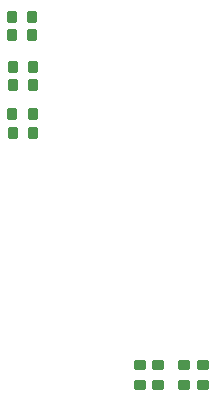
<source format=gbp>
G04*
G04 #@! TF.GenerationSoftware,Altium Limited,Altium Designer,23.2.1 (34)*
G04*
G04 Layer_Color=128*
%FSLAX45Y45*%
%MOMM*%
G71*
G04*
G04 #@! TF.SameCoordinates,357D86F6-4FD4-4171-920B-CE65727367D9*
G04*
G04*
G04 #@! TF.FilePolarity,Positive*
G04*
G01*
G75*
G04:AMPARAMS|DCode=18|XSize=1mm|YSize=0.9mm|CornerRadius=0.1125mm|HoleSize=0mm|Usage=FLASHONLY|Rotation=180.000|XOffset=0mm|YOffset=0mm|HoleType=Round|Shape=RoundedRectangle|*
%AMROUNDEDRECTD18*
21,1,1.00000,0.67500,0,0,180.0*
21,1,0.77500,0.90000,0,0,180.0*
1,1,0.22500,-0.38750,0.33750*
1,1,0.22500,0.38750,0.33750*
1,1,0.22500,0.38750,-0.33750*
1,1,0.22500,-0.38750,-0.33750*
%
%ADD18ROUNDEDRECTD18*%
G04:AMPARAMS|DCode=26|XSize=1mm|YSize=0.9mm|CornerRadius=0.1125mm|HoleSize=0mm|Usage=FLASHONLY|Rotation=270.000|XOffset=0mm|YOffset=0mm|HoleType=Round|Shape=RoundedRectangle|*
%AMROUNDEDRECTD26*
21,1,1.00000,0.67500,0,0,270.0*
21,1,0.77500,0.90000,0,0,270.0*
1,1,0.22500,-0.33750,-0.38750*
1,1,0.22500,-0.33750,0.38750*
1,1,0.22500,0.33750,0.38750*
1,1,0.22500,0.33750,-0.38750*
%
%ADD26ROUNDEDRECTD26*%
D18*
X10120000Y5525000D02*
D03*
Y5355000D02*
D03*
X10273121Y5525000D02*
D03*
Y5355000D02*
D03*
X10485622Y5528638D02*
D03*
Y5358638D02*
D03*
X10652502Y5525000D02*
D03*
Y5355000D02*
D03*
D26*
X9036857Y7647986D02*
D03*
X9206857D02*
D03*
X9038402Y8050193D02*
D03*
X9208401D02*
D03*
X9208394Y7493683D02*
D03*
X9038394D02*
D03*
X9208394Y7896570D02*
D03*
X9038394D02*
D03*
X9205873Y8320000D02*
D03*
X9035873D02*
D03*
X9035065Y8475489D02*
D03*
X9205065D02*
D03*
M02*

</source>
